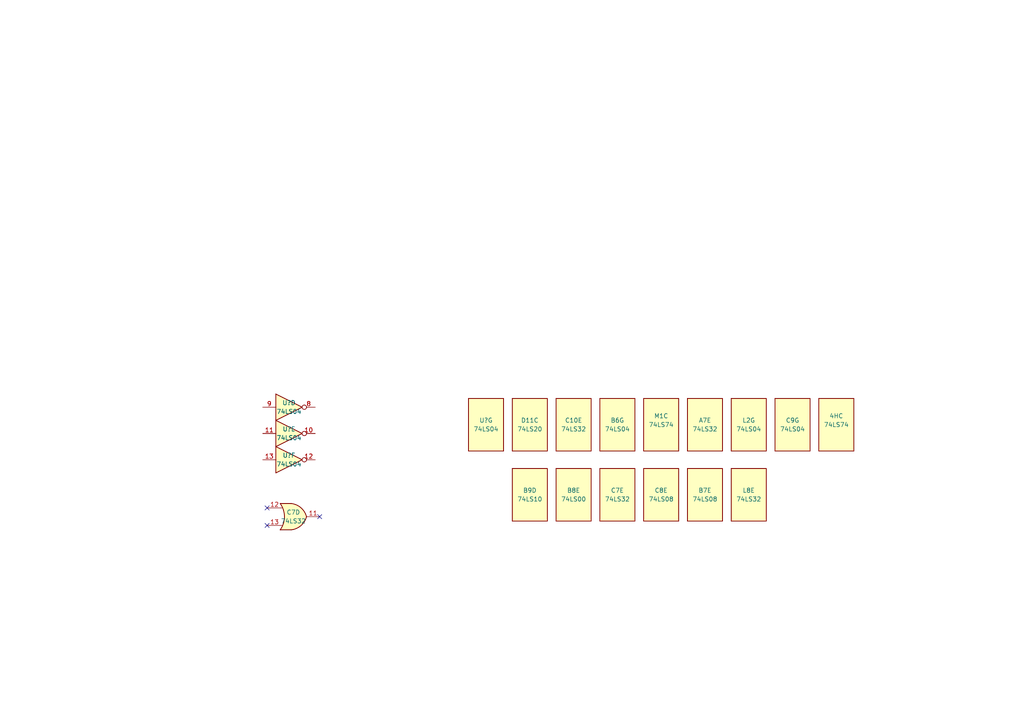
<source format=kicad_sch>
(kicad_sch (version 20211123) (generator eeschema)
  (paper "A4")
  (title_block (title "Exed Exes board B") (date "2021") (rev "José Tejada G") (company "JOTEGO") (comment 1 "https://patreon.com/topapate") (comment 2 "Extracted by Jose Tejada, 2021") (comment 3 "supplemented by E.Triana"))
  (lib_symbols
    (symbol "jt74:74LS00" (pin_names (offset 1.016))
      (property "Reference" "U" (at 0 1.27 0))
      (property "Value" "74LS00" (at 0 -1.27 0))
      (symbol "74LS00_1_1"
        (arc (start 0 -3.81) (mid 3.81 0) (end 0 3.81) (stroke (width 0.254)) (fill (type background)))
        (polyline (pts (xy 0 3.81) (xy -3.81 3.81) (xy -3.81 -3.81) (xy 0 -3.81)) (stroke (width 0.254)) (fill (type background)))
        (pin input line (at -7.62 2.54 0) (length 3.81) (name "~") (number "1"))
        (pin input line (at -7.62 -2.54 0) (length 3.81) (name "~") (number "2"))
        (pin output inverted (at 7.62 0 180) (length 3.81) (name "~") (number "3"))
      )
      (symbol "74LS00_1_2"
        (arc (start -3.81 -3.81) (mid -2.589 0) (end -3.81 3.81) (stroke (width 0.254)))
        (arc (start -0.6096 -3.81) (mid 2.1842 -2.5851) (end 3.81 0) (stroke (width 0.254)) (fill (type background)))
        (polyline (pts (xy -3.81 -3.81) (xy -0.635 -3.81)) (stroke (width 0.254)) (fill (type background)))
        (polyline (pts (xy -3.81 3.81) (xy -0.635 3.81)) (stroke (width 0.254)) (fill (type background)))
        (polyline (pts (xy -0.635 3.81) (xy -3.81 3.81) (xy -3.81 3.81) (xy -3.556 3.4036) (xy -3.0226 2.2606) (xy -2.6924 1.0414) (xy -2.6162 -0.254) (xy -2.7686 -1.4986) (xy -3.175 -2.7178) (xy -3.81 -3.81) (xy -3.81 -3.81) (xy -0.635 -3.81)) (stroke (width -25.4)) (fill (type background)))
        (arc (start 3.81 0) (mid 2.1915 2.5936) (end -0.6096 3.81) (stroke (width 0.254)) (fill (type background)))
        (pin input inverted (at -7.62 2.54 0) (length 4.318) (name "~") (number "1"))
        (pin input inverted (at -7.62 -2.54 0) (length 4.318) (name "~") (number "2"))
        (pin output line (at 7.62 0 180) (length 3.81) (name "~") (number "3"))
      )
      (symbol "74LS00_2_1"
        (arc (start 0 -3.81) (mid 3.81 0) (end 0 3.81) (stroke (width 0.254)) (fill (type background)))
        (polyline (pts (xy 0 3.81) (xy -3.81 3.81) (xy -3.81 -3.81) (xy 0 -3.81)) (stroke (width 0.254)) (fill (type background)))
        (pin input line (at -7.62 2.54 0) (length 3.81) (name "~") (number "4"))
        (pin input line (at -7.62 -2.54 0) (length 3.81) (name "~") (number "5"))
        (pin output inverted (at 7.62 0 180) (length 3.81) (name "~") (number "6"))
      )
      (symbol "74LS00_2_2"
        (arc (start -3.81 -3.81) (mid -2.589 0) (end -3.81 3.81) (stroke (width 0.254)))
        (arc (start -0.6096 -3.81) (mid 2.1842 -2.5851) (end 3.81 0) (stroke (width 0.254)) (fill (type background)))
        (polyline (pts (xy -3.81 -3.81) (xy -0.635 -3.81)) (stroke (width 0.254)) (fill (type background)))
        (polyline (pts (xy -3.81 3.81) (xy -0.635 3.81)) (stroke (width 0.254)) (fill (type background)))
        (polyline (pts (xy -0.635 3.81) (xy -3.81 3.81) (xy -3.81 3.81) (xy -3.556 3.4036) (xy -3.0226 2.2606) (xy -2.6924 1.0414) (xy -2.6162 -0.254) (xy -2.7686 -1.4986) (xy -3.175 -2.7178) (xy -3.81 -3.81) (xy -3.81 -3.81) (xy -0.635 -3.81)) (stroke (width -25.4)) (fill (type background)))
        (arc (start 3.81 0) (mid 2.1915 2.5936) (end -0.6096 3.81) (stroke (width 0.254)) (fill (type background)))
        (pin input inverted (at -7.62 2.54 0) (length 4.318) (name "~") (number "4"))
        (pin input inverted (at -7.62 -2.54 0) (length 4.318) (name "~") (number "5"))
        (pin output line (at 7.62 0 180) (length 3.81) (name "~") (number "6"))
      )
      (symbol "74LS00_3_1"
        (arc (start 0 -3.81) (mid 3.81 0) (end 0 3.81) (stroke (width 0.254)) (fill (type background)))
        (polyline (pts (xy 0 3.81) (xy -3.81 3.81) (xy -3.81 -3.81) (xy 0 -3.81)) (stroke (width 0.254)) (fill (type background)))
        (pin input line (at -7.62 -2.54 0) (length 3.81) (name "~") (number "10"))
        (pin output inverted (at 7.62 0 180) (length 3.81) (name "~") (number "8"))
        (pin input line (at -7.62 2.54 0) (length 3.81) (name "~") (number "9"))
      )
      (symbol "74LS00_3_2"
        (arc (start -3.81 -3.81) (mid -2.589 0) (end -3.81 3.81) (stroke (width 0.254)))
        (arc (start -0.6096 -3.81) (mid 2.1842 -2.5851) (end 3.81 0) (stroke (width 0.254)) (fill (type background)))
        (polyline (pts (xy -3.81 -3.81) (xy -0.635 -3.81)) (stroke (width 0.254)) (fill (type background)))
        (polyline (pts (xy -3.81 3.81) (xy -0.635 3.81)) (stroke (width 0.254)) (fill (type background)))
        (polyline (pts (xy -0.635 3.81) (xy -3.81 3.81) (xy -3.81 3.81) (xy -3.556 3.4036) (xy -3.0226 2.2606) (xy -2.6924 1.0414) (xy -2.6162 -0.254) (xy -2.7686 -1.4986) (xy -3.175 -2.7178) (xy -3.81 -3.81) (xy -3.81 -3.81) (xy -0.635 -3.81)) (stroke (width -25.4)) (fill (type background)))
        (arc (start 3.81 0) (mid 2.1915 2.5936) (end -0.6096 3.81) (stroke (width 0.254)) (fill (type background)))
        (pin input inverted (at -7.62 -2.54 0) (length 4.318) (name "~") (number "10"))
        (pin output line (at 7.62 0 180) (length 3.81) (name "~") (number "8"))
        (pin input inverted (at -7.62 2.54 0) (length 4.318) (name "~") (number "9"))
      )
      (symbol "74LS00_4_1"
        (arc (start 0 -3.81) (mid 3.81 0) (end 0 3.81) (stroke (width 0.254)) (fill (type background)))
        (polyline (pts (xy 0 3.81) (xy -3.81 3.81) (xy -3.81 -3.81) (xy 0 -3.81)) (stroke (width 0.254)) (fill (type background)))
        (pin output inverted (at 7.62 0 180) (length 3.81) (name "~") (number "11"))
        (pin input line (at -7.62 2.54 0) (length 3.81) (name "~") (number "12"))
        (pin input line (at -7.62 -2.54 0) (length 3.81) (name "~") (number "13"))
      )
      (symbol "74LS00_4_2"
        (arc (start -3.81 -3.81) (mid -2.589 0) (end -3.81 3.81) (stroke (width 0.254)))
        (arc (start -0.6096 -3.81) (mid 2.1842 -2.5851) (end 3.81 0) (stroke (width 0.254)) (fill (type background)))
        (polyline (pts (xy -3.81 -3.81) (xy -0.635 -3.81)) (stroke (width 0.254)) (fill (type background)))
        (polyline (pts (xy -3.81 3.81) (xy -0.635 3.81)) (stroke (width 0.254)) (fill (type background)))
        (polyline (pts (xy -0.635 3.81) (xy -3.81 3.81) (xy -3.81 3.81) (xy -3.556 3.4036) (xy -3.0226 2.2606) (xy -2.6924 1.0414) (xy -2.6162 -0.254) (xy -2.7686 -1.4986) (xy -3.175 -2.7178) (xy -3.81 -3.81) (xy -3.81 -3.81) (xy -0.635 -3.81)) (stroke (width -25.4)) (fill (type background)))
        (arc (start 3.81 0) (mid 2.1915 2.5936) (end -0.6096 3.81) (stroke (width 0.254)) (fill (type background)))
        (pin output line (at 7.62 0 180) (length 3.81) (name "~") (number "11"))
        (pin input inverted (at -7.62 2.54 0) (length 4.318) (name "~") (number "12"))
        (pin input inverted (at -7.62 -2.54 0) (length 4.318) (name "~") (number "13"))
      )
      (symbol "74LS00_5_0"
        (pin power_in line (at 0 7.62 270) (length 5.08) hide (name "VCC") (number "14"))
        (pin power_in line (at 0 -7.62 90) (length 5.08) hide (name "VSS") (number "7"))
      )
      (symbol "74LS00_5_1"
        (rectangle (start -5.08 7.62) (end 5.08 -7.62) (stroke (width 0.254)) (fill (type background)))
      )
    )
    (symbol "jt74:74LS04" (pin_names (offset 1.016))
      (property "Reference" "U" (at 0 1.27 0))
      (property "Value" "74LS04" (at 0 -1.27 0))
      (symbol "74LS04_1_0"
        (polyline (pts (xy -3.81 3.81) (xy -3.81 -3.81) (xy 3.81 0) (xy -3.81 3.81)) (stroke (width 0.254)) (fill (type background)))
        (pin input line (at -7.62 0 0) (length 3.81) (name "~") (number "1"))
        (pin output inverted (at 7.62 0 180) (length 3.81) (name "~") (number "2"))
      )
      (symbol "74LS04_2_0"
        (polyline (pts (xy -3.81 3.81) (xy -3.81 -3.81) (xy 3.81 0) (xy -3.81 3.81)) (stroke (width 0.254)) (fill (type background)))
        (pin input line (at -7.62 0 0) (length 3.81) (name "~") (number "3"))
        (pin output inverted (at 7.62 0 180) (length 3.81) (name "~") (number "4"))
      )
      (symbol "74LS04_3_0"
        (polyline (pts (xy -3.81 3.81) (xy -3.81 -3.81) (xy 3.81 0) (xy -3.81 3.81)) (stroke (width 0.254)) (fill (type background)))
        (pin input line (at -7.62 0 0) (length 3.81) (name "~") (number "5"))
        (pin output inverted (at 7.62 0 180) (length 3.81) (name "~") (number "6"))
      )
      (symbol "74LS04_4_0"
        (polyline (pts (xy -3.81 3.81) (xy -3.81 -3.81) (xy 3.81 0) (xy -3.81 3.81)) (stroke (width 0.254)) (fill (type background)))
        (pin output inverted (at 7.62 0 180) (length 3.81) (name "~") (number "8"))
        (pin input line (at -7.62 0 0) (length 3.81) (name "~") (number "9"))
      )
      (symbol "74LS04_5_0"
        (polyline (pts (xy -3.81 3.81) (xy -3.81 -3.81) (xy 3.81 0) (xy -3.81 3.81)) (stroke (width 0.254)) (fill (type background)))
        (pin output inverted (at 7.62 0 180) (length 3.81) (name "~") (number "10"))
        (pin input line (at -7.62 0 0) (length 3.81) (name "~") (number "11"))
      )
      (symbol "74LS04_6_0"
        (polyline (pts (xy -3.81 3.81) (xy -3.81 -3.81) (xy 3.81 0) (xy -3.81 3.81)) (stroke (width 0.254)) (fill (type background)))
        (pin output inverted (at 7.62 0 180) (length 3.81) (name "~") (number "12"))
        (pin input line (at -7.62 0 0) (length 3.81) (name "~") (number "13"))
      )
      (symbol "74LS04_7_0"
        (pin power_in line (at 0 7.62 270) (length 5.08) hide (name "VCC") (number "14"))
        (pin power_in line (at 0 -7.62 90) (length 5.08) hide (name "VSS") (number "7"))
      )
      (symbol "74LS04_7_1"
        (rectangle (start -5.08 7.62) (end 5.08 -7.62) (stroke (width 0.254)) (fill (type background)))
      )
    )
    (symbol "jt74:74LS08" (pin_names (offset 1.016))
      (property "Reference" "U" (at 0 1.27 0))
      (property "Value" "74LS08" (at 0 -1.27 0))
      (symbol "74LS08_1_1"
        (arc (start 0 -3.81) (mid 3.81 0) (end 0 3.81) (stroke (width 0.254)) (fill (type background)))
        (polyline (pts (xy 0 3.81) (xy -3.81 3.81) (xy -3.81 -3.81) (xy 0 -3.81)) (stroke (width 0.254)) (fill (type background)))
        (pin input line (at -7.62 2.54 0) (length 3.81) (name "~") (number "1"))
        (pin input line (at -7.62 -2.54 0) (length 3.81) (name "~") (number "2"))
        (pin output line (at 7.62 0 180) (length 3.81) (name "~") (number "3"))
      )
      (symbol "74LS08_1_2"
        (arc (start -3.81 -3.81) (mid -2.589 0) (end -3.81 3.81) (stroke (width 0.254)))
        (arc (start -0.6096 -3.81) (mid 2.1842 -2.5851) (end 3.81 0) (stroke (width 0.254)) (fill (type background)))
        (polyline (pts (xy -3.81 -3.81) (xy -0.635 -3.81)) (stroke (width 0.254)) (fill (type background)))
        (polyline (pts (xy -3.81 3.81) (xy -0.635 3.81)) (stroke (width 0.254)) (fill (type background)))
        (polyline (pts (xy -0.635 3.81) (xy -3.81 3.81) (xy -3.81 3.81) (xy -3.556 3.4036) (xy -3.0226 2.2606) (xy -2.6924 1.0414) (xy -2.6162 -0.254) (xy -2.7686 -1.4986) (xy -3.175 -2.7178) (xy -3.81 -3.81) (xy -3.81 -3.81) (xy -0.635 -3.81)) (stroke (width -25.4)) (fill (type background)))
        (arc (start 3.81 0) (mid 2.1915 2.5936) (end -0.6096 3.81) (stroke (width 0.254)) (fill (type background)))
        (pin input inverted (at -7.62 2.54 0) (length 4.318) (name "~") (number "1"))
        (pin input inverted (at -7.62 -2.54 0) (length 4.318) (name "~") (number "2"))
        (pin output inverted (at 7.62 0 180) (length 3.81) (name "~") (number "3"))
      )
      (symbol "74LS08_2_1"
        (arc (start 0 -3.81) (mid 3.81 0) (end 0 3.81) (stroke (width 0.254)) (fill (type background)))
        (polyline (pts (xy 0 3.81) (xy -3.81 3.81) (xy -3.81 -3.81) (xy 0 -3.81)) (stroke (width 0.254)) (fill (type background)))
        (pin input line (at -7.62 2.54 0) (length 3.81) (name "~") (number "4"))
        (pin input line (at -7.62 -2.54 0) (length 3.81) (name "~") (number "5"))
        (pin output line (at 7.62 0 180) (length 3.81) (name "~") (number "6"))
      )
      (symbol "74LS08_2_2"
        (arc (start -3.81 -3.81) (mid -2.589 0) (end -3.81 3.81) (stroke (width 0.254)))
        (arc (start -0.6096 -3.81) (mid 2.1842 -2.5851) (end 3.81 0) (stroke (width 0.254)) (fill (type background)))
        (polyline (pts (xy -3.81 -3.81) (xy -0.635 -3.81)) (stroke (width 0.254)) (fill (type background)))
        (polyline (pts (xy -3.81 3.81) (xy -0.635 3.81)) (stroke (width 0.254)) (fill (type background)))
        (polyline (pts (xy -0.635 3.81) (xy -3.81 3.81) (xy -3.81 3.81) (xy -3.556 3.4036) (xy -3.0226 2.2606) (xy -2.6924 1.0414) (xy -2.6162 -0.254) (xy -2.7686 -1.4986) (xy -3.175 -2.7178) (xy -3.81 -3.81) (xy -3.81 -3.81) (xy -0.635 -3.81)) (stroke (width -25.4)) (fill (type background)))
        (arc (start 3.81 0) (mid 2.1915 2.5936) (end -0.6096 3.81) (stroke (width 0.254)) (fill (type background)))
        (pin input inverted (at -7.62 2.54 0) (length 4.318) (name "~") (number "4"))
        (pin input inverted (at -7.62 -2.54 0) (length 4.318) (name "~") (number "5"))
        (pin output inverted (at 7.62 0 180) (length 3.81) (name "~") (number "6"))
      )
      (symbol "74LS08_3_1"
        (arc (start 0 -3.81) (mid 3.81 0) (end 0 3.81) (stroke (width 0.254)) (fill (type background)))
        (polyline (pts (xy 0 3.81) (xy -3.81 3.81) (xy -3.81 -3.81) (xy 0 -3.81)) (stroke (width 0.254)) (fill (type background)))
        (pin input line (at -7.62 -2.54 0) (length 3.81) (name "~") (number "10"))
        (pin output line (at 7.62 0 180) (length 3.81) (name "~") (number "8"))
        (pin input line (at -7.62 2.54 0) (length 3.81) (name "~") (number "9"))
      )
      (symbol "74LS08_3_2"
        (arc (start -3.81 -3.81) (mid -2.589 0) (end -3.81 3.81) (stroke (width 0.254)))
        (arc (start -0.6096 -3.81) (mid 2.1842 -2.5851) (end 3.81 0) (stroke (width 0.254)) (fill (type background)))
        (polyline (pts (xy -3.81 -3.81) (xy -0.635 -3.81)) (stroke (width 0.254)) (fill (type background)))
        (polyline (pts (xy -3.81 3.81) (xy -0.635 3.81)) (stroke (width 0.254)) (fill (type background)))
        (polyline (pts (xy -0.635 3.81) (xy -3.81 3.81) (xy -3.81 3.81) (xy -3.556 3.4036) (xy -3.0226 2.2606) (xy -2.6924 1.0414) (xy -2.6162 -0.254) (xy -2.7686 -1.4986) (xy -3.175 -2.7178) (xy -3.81 -3.81) (xy -3.81 -3.81) (xy -0.635 -3.81)) (stroke (width -25.4)) (fill (type background)))
        (arc (start 3.81 0) (mid 2.1915 2.5936) (end -0.6096 3.81) (stroke (width 0.254)) (fill (type background)))
        (pin input inverted (at -7.62 -2.54 0) (length 4.318) (name "~") (number "10"))
        (pin output inverted (at 7.62 0 180) (length 3.81) (name "~") (number "8"))
        (pin input inverted (at -7.62 2.54 0) (length 4.318) (name "~") (number "9"))
      )
      (symbol "74LS08_4_1"
        (arc (start 0 -3.81) (mid 3.81 0) (end 0 3.81) (stroke (width 0.254)) (fill (type background)))
        (polyline (pts (xy 0 3.81) (xy -3.81 3.81) (xy -3.81 -3.81) (xy 0 -3.81)) (stroke (width 0.254)) (fill (type background)))
        (pin output line (at 7.62 0 180) (length 3.81) (name "~") (number "11"))
        (pin input line (at -7.62 2.54 0) (length 3.81) (name "~") (number "12"))
        (pin input line (at -7.62 -2.54 0) (length 3.81) (name "~") (number "13"))
      )
      (symbol "74LS08_4_2"
        (arc (start -3.81 -3.81) (mid -2.589 0) (end -3.81 3.81) (stroke (width 0.254)))
        (arc (start -0.6096 -3.81) (mid 2.1842 -2.5851) (end 3.81 0) (stroke (width 0.254)) (fill (type background)))
        (polyline (pts (xy -3.81 -3.81) (xy -0.635 -3.81)) (stroke (width 0.254)) (fill (type background)))
        (polyline (pts (xy -3.81 3.81) (xy -0.635 3.81)) (stroke (width 0.254)) (fill (type background)))
        (polyline (pts (xy -0.635 3.81) (xy -3.81 3.81) (xy -3.81 3.81) (xy -3.556 3.4036) (xy -3.0226 2.2606) (xy -2.6924 1.0414) (xy -2.6162 -0.254) (xy -2.7686 -1.4986) (xy -3.175 -2.7178) (xy -3.81 -3.81) (xy -3.81 -3.81) (xy -0.635 -3.81)) (stroke (width -25.4)) (fill (type background)))
        (arc (start 3.81 0) (mid 2.1915 2.5936) (end -0.6096 3.81) (stroke (width 0.254)) (fill (type background)))
        (pin output inverted (at 7.62 0 180) (length 3.81) (name "~") (number "11"))
        (pin input inverted (at -7.62 2.54 0) (length 4.318) (name "~") (number "12"))
        (pin input inverted (at -7.62 -2.54 0) (length 4.318) (name "~") (number "13"))
      )
      (symbol "74LS08_5_0"
        (pin power_in line (at 0 7.62 270) (length 5.08) hide (name "VCC") (number "14"))
        (pin power_in line (at 0 -7.62 90) (length 5.08) hide (name "VSS") (number "7"))
      )
      (symbol "74LS08_5_1"
        (rectangle (start -5.08 7.62) (end 5.08 -7.62) (stroke (width 0.254)) (fill (type background)))
      )
    )
    (symbol "jt74:74LS10" (pin_names (offset 1.016))
      (property "Reference" "U" (at 0 1.27 0))
      (property "Value" "74LS10" (at 0 -1.27 0))
      (symbol "74LS10_1_1"
        (arc (start 0 -3.81) (mid 3.81 0) (end 0 3.81) (stroke (width 0.254)) (fill (type background)))
        (polyline (pts (xy 0 3.81) (xy -3.81 3.81) (xy -3.81 -3.81) (xy 0 -3.81)) (stroke (width 0.254)) (fill (type background)))
        (pin input line (at -7.62 2.54 0) (length 3.81) (name "~") (number "1"))
        (pin output inverted (at 7.62 0 180) (length 3.81) (name "~") (number "12"))
        (pin input line (at -7.62 -2.54 0) (length 3.81) (name "~") (number "13"))
        (pin input line (at -7.62 0 0) (length 3.81) (name "~") (number "2"))
      )
      (symbol "74LS10_1_2"
        (arc (start -3.81 -3.81) (mid -2.589 0) (end -3.81 3.81) (stroke (width 0.254)))
        (arc (start -0.6096 -3.81) (mid 2.1842 -2.5851) (end 3.81 0) (stroke (width 0.254)) (fill (type background)))
        (polyline (pts (xy -3.81 -3.81) (xy -0.635 -3.81)) (stroke (width 0.254)) (fill (type background)))
        (polyline (pts (xy -3.81 3.81) (xy -0.635 3.81)) (stroke (width 0.254)) (fill (type background)))
        (polyline (pts (xy -0.635 3.81) (xy -3.81 3.81) (xy -3.81 3.81) (xy -3.556 3.4036) (xy -3.0226 2.2606) (xy -2.6924 1.0414) (xy -2.6162 -0.254) (xy -2.7686 -1.4986) (xy -3.175 -2.7178) (xy -3.81 -3.81) (xy -3.81 -3.81) (xy -0.635 -3.81)) (stroke (width -25.4)) (fill (type background)))
        (arc (start 3.81 0) (mid 2.1915 2.5936) (end -0.6096 3.81) (stroke (width 0.254)) (fill (type background)))
        (pin input inverted (at -7.62 2.54 0) (length 4.318) (name "~") (number "1"))
        (pin output line (at 7.62 0 180) (length 3.81) (name "~") (number "12"))
        (pin input inverted (at -7.62 -2.54 0) (length 4.318) (name "~") (number "13"))
        (pin input inverted (at -7.62 0 0) (length 4.953) (name "~") (number "2"))
      )
      (symbol "74LS10_2_1"
        (arc (start 0 -3.81) (mid 3.81 0) (end 0 3.81) (stroke (width 0.254)) (fill (type background)))
        (polyline (pts (xy 0 3.81) (xy -3.81 3.81) (xy -3.81 -3.81) (xy 0 -3.81)) (stroke (width 0.254)) (fill (type background)))
        (pin input line (at -7.62 2.54 0) (length 3.81) (name "~") (number "3"))
        (pin input line (at -7.62 0 0) (length 3.81) (name "~") (number "4"))
        (pin input line (at -7.62 -2.54 0) (length 3.81) (name "~") (number "5"))
        (pin output inverted (at 7.62 0 180) (length 3.81) (name "~") (number "6"))
      )
      (symbol "74LS10_2_2"
        (arc (start -3.81 -3.81) (mid -2.589 0) (end -3.81 3.81) (stroke (width 0.254)))
        (arc (start -0.6096 -3.81) (mid 2.1842 -2.5851) (end 3.81 0) (stroke (width 0.254)) (fill (type background)))
        (polyline (pts (xy -3.81 -3.81) (xy -0.635 -3.81)) (stroke (width 0.254)) (fill (type background)))
        (polyline (pts (xy -3.81 3.81) (xy -0.635 3.81)) (stroke (width 0.254)) (fill (type background)))
        (polyline (pts (xy -0.635 3.81) (xy -3.81 3.81) (xy -3.81 3.81) (xy -3.556 3.4036) (xy -3.0226 2.2606) (xy -2.6924 1.0414) (xy -2.6162 -0.254) (xy -2.7686 -1.4986) (xy -3.175 -2.7178) (xy -3.81 -3.81) (xy -3.81 -3.81) (xy -0.635 -3.81)) (stroke (width -25.4)) (fill (type background)))
        (arc (start 3.81 0) (mid 2.1915 2.5936) (end -0.6096 3.81) (stroke (width 0.254)) (fill (type background)))
        (pin input inverted (at -7.62 2.54 0) (length 4.318) (name "~") (number "3"))
        (pin input inverted (at -7.62 0 0) (length 4.953) (name "~") (number "4"))
        (pin input inverted (at -7.62 -2.54 0) (length 4.318) (name "~") (number "5"))
        (pin output line (at 7.62 0 180) (length 3.81) (name "~") (number "6"))
      )
      (symbol "74LS10_3_1"
        (arc (start 0 -3.81) (mid 3.81 0) (end 0 3.81) (stroke (width 0.254)) (fill (type background)))
        (polyline (pts (xy 0 3.81) (xy -3.81 3.81) (xy -3.81 -3.81) (xy 0 -3.81)) (stroke (width 0.254)) (fill (type background)))
        (pin input line (at -7.62 0 0) (length 3.81) (name "~") (number "10"))
        (pin input line (at -7.62 -2.54 0) (length 3.81) (name "~") (number "11"))
        (pin output inverted (at 7.62 0 180) (length 3.81) (name "~") (number "8"))
        (pin input line (at -7.62 2.54 0) (length 3.81) (name "~") (number "9"))
      )
      (symbol "74LS10_3_2"
        (arc (start -3.81 -3.81) (mid -2.589 0) (end -3.81 3.81) (stroke (width 0.254)))
        (arc (start -0.6096 -3.81) (mid 2.1842 -2.5851) (end 3.81 0) (stroke (width 0.254)) (fill (type background)))
        (polyline (pts (xy -3.81 -3.81) (xy -0.635 -3.81)) (stroke (width 0.254)) (fill (type background)))
        (polyline (pts (xy -3.81 3.81) (xy -0.635 3.81)) (stroke (width 0.254)) (fill (type background)))
        (polyline (pts (xy -0.635 3.81) (xy -3.81 3.81) (xy -3.81 3.81) (xy -3.556 3.4036) (xy -3.0226 2.2606) (xy -2.6924 1.0414) (xy -2.6162 -0.254) (xy -2.7686 -1.4986) (xy -3.175 -2.7178) (xy -3.81 -3.81) (xy -3.81 -3.81) (xy -0.635 -3.81)) (stroke (width -25.4)) (fill (type background)))
        (arc (start 3.81 0) (mid 2.1915 2.5936) (end -0.6096 3.81) (stroke (width 0.254)) (fill (type background)))
        (pin input inverted (at -7.62 0 0) (length 4.953) (name "~") (number "10"))
        (pin input inverted (at -7.62 -2.54 0) (length 4.318) (name "~") (number "11"))
        (pin output line (at 7.62 0 180) (length 3.81) (name "~") (number "8"))
        (pin input inverted (at -7.62 2.54 0) (length 4.318) (name "~") (number "9"))
      )
      (symbol "74LS10_4_0"
        (pin power_in line (at 0 7.62 270) (length 5.08) hide (name "VCC") (number "14"))
        (pin power_in line (at 0 -7.62 90) (length 5.08) hide (name "VSS") (number "7"))
      )
      (symbol "74LS10_4_1"
        (rectangle (start -5.08 7.62) (end 5.08 -7.62) (stroke (width 0.254)) (fill (type background)))
      )
    )
    (symbol "jt74:74LS20" (pin_names (offset 1.016))
      (property "Reference" "U" (at 0 1.27 0))
      (property "Value" "74LS20" (at 0 -1.27 0))
      (symbol "74LS20_1_1"
        (arc (start -0.635 -4.445) (mid 3.81 0) (end -0.635 4.445) (stroke (width 0.254)) (fill (type background)))
        (polyline (pts (xy -0.635 4.445) (xy -3.81 4.445) (xy -3.81 -4.445) (xy -0.635 -4.445)) (stroke (width 0.254)) (fill (type background)))
        (pin input line (at -7.62 3.81 0) (length 3.81) (name "~") (number "1"))
        (pin input line (at -7.62 1.27 0) (length 3.81) (name "~") (number "2"))
        (pin input line (at -7.62 -1.27 0) (length 3.81) (name "~") (number "4"))
        (pin input line (at -7.62 -3.81 0) (length 3.81) (name "~") (number "5"))
        (pin output inverted (at 7.62 0 180) (length 3.81) (name "~") (number "6"))
      )
      (symbol "74LS20_1_2"
        (arc (start -3.81 -4.445) (mid -2.5908 0) (end -3.81 4.445) (stroke (width 0.254)))
        (arc (start -0.6096 -4.445) (mid 2.2246 -2.8422) (end 3.81 0) (stroke (width 0.254)) (fill (type background)))
        (polyline (pts (xy -3.81 -4.445) (xy -0.635 -4.445)) (stroke (width 0.254)) (fill (type background)))
        (polyline (pts (xy -3.81 4.445) (xy -0.635 4.445)) (stroke (width 0.254)) (fill (type background)))
        (polyline (pts (xy -0.635 4.445) (xy -3.81 4.445) (xy -3.81 4.445) (xy -3.6322 4.0894) (xy -3.0988 2.921) (xy -2.7686 1.6764) (xy -2.6162 0.4318) (xy -2.6416 -0.8636) (xy -2.8702 -2.1082) (xy -3.2512 -3.3274) (xy -3.81 -4.445) (xy -3.81 -4.445) (xy -0.635 -4.445)) (stroke (width -25.4)) (fill (type background)))
        (arc (start 3.81 0) (mid 2.2204 2.8379) (end -0.6096 4.445) (stroke (width 0.254)) (fill (type background)))
        (pin input inverted (at -7.62 3.81 0) (length 3.81) (name "~") (number "1"))
        (pin input inverted (at -7.62 1.27 0) (length 4.826) (name "~") (number "2"))
        (pin input inverted (at -7.62 -1.27 0) (length 4.826) (name "~") (number "4"))
        (pin input inverted (at -7.62 -3.81 0) (length 3.81) (name "~") (number "5"))
        (pin output line (at 7.62 0 180) (length 3.81) (name "~") (number "6"))
      )
      (symbol "74LS20_2_1"
        (arc (start -0.635 -4.445) (mid 3.81 0) (end -0.635 4.445) (stroke (width 0.254)) (fill (type background)))
        (polyline (pts (xy -0.635 4.445) (xy -3.81 4.445) (xy -3.81 -4.445) (xy -0.635 -4.445)) (stroke (width 0.254)) (fill (type background)))
        (pin input line (at -7.62 1.27 0) (length 3.81) (name "~") (number "10"))
        (pin input line (at -7.62 -1.27 0) (length 3.81) (name "~") (number "12"))
        (pin input line (at -7.62 -3.81 0) (length 3.81) (name "~") (number "13"))
        (pin output inverted (at 7.62 0 180) (length 3.81) (name "~") (number "8"))
        (pin input line (at -7.62 3.81 0) (length 3.81) (name "~") (number "9"))
      )
      (symbol "74LS20_2_2"
        (arc (start -3.81 -4.445) (mid -2.5908 0) (end -3.81 4.445) (stroke (width 0.254)))
        (arc (start -0.6096 -4.445) (mid 2.2246 -2.8422) (end 3.81 0) (stroke (width 0.254)) (fill (type background)))
        (polyline (pts (xy -3.81 -4.445) (xy -0.635 -4.445)) (stroke (width 0.254)) (fill (type background)))
        (polyline (pts (xy -3.81 4.445) (xy -0.635 4.445)) (stroke (width 0.254)) (fill (type background)))
        (polyline (pts (xy -0.635 4.445) (xy -3.81 4.445) (xy -3.81 4.445) (xy -3.6322 4.0894) (xy -3.0988 2.921) (xy -2.7686 1.6764) (xy -2.6162 0.4318) (xy -2.6416 -0.8636) (xy -2.8702 -2.1082) (xy -3.2512 -3.3274) (xy -3.81 -4.445) (xy -3.81 -4.445) (xy -0.635 -4.445)) (stroke (width -25.4)) (fill (type background)))
        (arc (start 3.81 0) (mid 2.2204 2.8379) (end -0.6096 4.445) (stroke (width 0.254)) (fill (type background)))
        (pin input inverted (at -7.62 1.27 0) (length 4.826) (name "~") (number "10"))
        (pin input inverted (at -7.62 -1.27 0) (length 4.826) (name "~") (number "12"))
        (pin input inverted (at -7.62 -3.81 0) (length 3.81) (name "~") (number "13"))
        (pin output line (at 7.62 0 180) (length 3.81) (name "~") (number "8"))
        (pin input inverted (at -7.62 3.81 0) (length 3.81) (name "~") (number "9"))
      )
      (symbol "74LS20_3_0"
        (pin power_in line (at 0 7.62 270) (length 5.08) hide (name "VCC") (number "14"))
        (pin power_in line (at 0 -7.62 90) (length 5.08) hide (name "VSS") (number "7"))
      )
      (symbol "74LS20_3_1"
        (rectangle (start -5.08 7.62) (end 5.08 -7.62) (stroke (width 0.254)) (fill (type background)))
      )
    )
    (symbol "jt74:74LS32" (pin_names (offset 1.016))
      (property "Reference" "U" (at 0 1.27 0))
      (property "Value" "74LS32" (at 0 -1.27 0))
      (symbol "74LS32_1_1"
        (arc (start -3.81 -3.81) (mid -2.589 0) (end -3.81 3.81) (stroke (width 0.254)))
        (arc (start -0.6096 -3.81) (mid 2.1842 -2.5851) (end 3.81 0) (stroke (width 0.254)) (fill (type background)))
        (polyline (pts (xy -3.81 -3.81) (xy -0.635 -3.81)) (stroke (width 0.254)) (fill (type background)))
        (polyline (pts (xy -3.81 3.81) (xy -0.635 3.81)) (stroke (width 0.254)) (fill (type background)))
        (polyline (pts (xy -0.635 3.81) (xy -3.81 3.81) (xy -3.81 3.81) (xy -3.556 3.4036) (xy -3.0226 2.2606) (xy -2.6924 1.0414) (xy -2.6162 -0.254) (xy -2.7686 -1.4986) (xy -3.175 -2.7178) (xy -3.81 -3.81) (xy -3.81 -3.81) (xy -0.635 -3.81)) (stroke (width -25.4)) (fill (type background)))
        (arc (start 3.81 0) (mid 2.1915 2.5936) (end -0.6096 3.81) (stroke (width 0.254)) (fill (type background)))
        (pin input line (at -7.62 2.54 0) (length 4.318) (name "~") (number "1"))
        (pin input line (at -7.62 -2.54 0) (length 4.318) (name "~") (number "2"))
        (pin output line (at 7.62 0 180) (length 3.81) (name "~") (number "3"))
      )
      (symbol "74LS32_1_2"
        (arc (start 0 -3.81) (mid 3.81 0) (end 0 3.81) (stroke (width 0.254)) (fill (type background)))
        (polyline (pts (xy 0 3.81) (xy -3.81 3.81) (xy -3.81 -3.81) (xy 0 -3.81)) (stroke (width 0.254)) (fill (type background)))
        (pin input inverted (at -7.62 2.54 0) (length 3.81) (name "~") (number "1"))
        (pin input inverted (at -7.62 -2.54 0) (length 3.81) (name "~") (number "2"))
        (pin output inverted (at 7.62 0 180) (length 3.81) (name "~") (number "3"))
      )
      (symbol "74LS32_2_1"
        (arc (start -3.81 -3.81) (mid -2.589 0) (end -3.81 3.81) (stroke (width 0.254)))
        (arc (start -0.6096 -3.81) (mid 2.1842 -2.5851) (end 3.81 0) (stroke (width 0.254)) (fill (type background)))
        (polyline (pts (xy -3.81 -3.81) (xy -0.635 -3.81)) (stroke (width 0.254)) (fill (type background)))
        (polyline (pts (xy -3.81 3.81) (xy -0.635 3.81)) (stroke (width 0.254)) (fill (type background)))
        (polyline (pts (xy -0.635 3.81) (xy -3.81 3.81) (xy -3.81 3.81) (xy -3.556 3.4036) (xy -3.0226 2.2606) (xy -2.6924 1.0414) (xy -2.6162 -0.254) (xy -2.7686 -1.4986) (xy -3.175 -2.7178) (xy -3.81 -3.81) (xy -3.81 -3.81) (xy -0.635 -3.81)) (stroke (width -25.4)) (fill (type background)))
        (arc (start 3.81 0) (mid 2.1915 2.5936) (end -0.6096 3.81) (stroke (width 0.254)) (fill (type background)))
        (pin input line (at -7.62 2.54 0) (length 4.318) (name "~") (number "4"))
        (pin input line (at -7.62 -2.54 0) (length 4.318) (name "~") (number "5"))
        (pin output line (at 7.62 0 180) (length 3.81) (name "~") (number "6"))
      )
      (symbol "74LS32_2_2"
        (arc (start 0 -3.81) (mid 3.81 0) (end 0 3.81) (stroke (width 0.254)) (fill (type background)))
        (polyline (pts (xy 0 3.81) (xy -3.81 3.81) (xy -3.81 -3.81) (xy 0 -3.81)) (stroke (width 0.254)) (fill (type background)))
        (pin input inverted (at -7.62 2.54 0) (length 3.81) (name "~") (number "4"))
        (pin input inverted (at -7.62 -2.54 0) (length 3.81) (name "~") (number "5"))
        (pin output inverted (at 7.62 0 180) (length 3.81) (name "~") (number "6"))
      )
      (symbol "74LS32_3_1"
        (arc (start -3.81 -3.81) (mid -2.589 0) (end -3.81 3.81) (stroke (width 0.254)))
        (arc (start -0.6096 -3.81) (mid 2.1842 -2.5851) (end 3.81 0) (stroke (width 0.254)) (fill (type background)))
        (polyline (pts (xy -3.81 -3.81) (xy -0.635 -3.81)) (stroke (width 0.254)) (fill (type background)))
        (polyline (pts (xy -3.81 3.81) (xy -0.635 3.81)) (stroke (width 0.254)) (fill (type background)))
        (polyline (pts (xy -0.635 3.81) (xy -3.81 3.81) (xy -3.81 3.81) (xy -3.556 3.4036) (xy -3.0226 2.2606) (xy -2.6924 1.0414) (xy -2.6162 -0.254) (xy -2.7686 -1.4986) (xy -3.175 -2.7178) (xy -3.81 -3.81) (xy -3.81 -3.81) (xy -0.635 -3.81)) (stroke (width -25.4)) (fill (type background)))
        (arc (start 3.81 0) (mid 2.1915 2.5936) (end -0.6096 3.81) (stroke (width 0.254)) (fill (type background)))
        (pin input line (at -7.62 -2.54 0) (length 4.318) (name "~") (number "10"))
        (pin output line (at 7.62 0 180) (length 3.81) (name "~") (number "8"))
        (pin input line (at -7.62 2.54 0) (length 4.318) (name "~") (number "9"))
      )
      (symbol "74LS32_3_2"
        (arc (start 0 -3.81) (mid 3.81 0) (end 0 3.81) (stroke (width 0.254)) (fill (type background)))
        (polyline (pts (xy 0 3.81) (xy -3.81 3.81) (xy -3.81 -3.81) (xy 0 -3.81)) (stroke (width 0.254)) (fill (type background)))
        (pin input inverted (at -7.62 -2.54 0) (length 3.81) (name "~") (number "10"))
        (pin output inverted (at 7.62 0 180) (length 3.81) (name "~") (number "8"))
        (pin input inverted (at -7.62 2.54 0) (length 3.81) (name "~") (number "9"))
      )
      (symbol "74LS32_4_1"
        (arc (start -3.81 -3.81) (mid -2.589 0) (end -3.81 3.81) (stroke (width 0.254)))
        (arc (start -0.6096 -3.81) (mid 2.1842 -2.5851) (end 3.81 0) (stroke (width 0.254)) (fill (type background)))
        (polyline (pts (xy -3.81 -3.81) (xy -0.635 -3.81)) (stroke (width 0.254)) (fill (type background)))
        (polyline (pts (xy -3.81 3.81) (xy -0.635 3.81)) (stroke (width 0.254)) (fill (type background)))
        (polyline (pts (xy -0.635 3.81) (xy -3.81 3.81) (xy -3.81 3.81) (xy -3.556 3.4036) (xy -3.0226 2.2606) (xy -2.6924 1.0414) (xy -2.6162 -0.254) (xy -2.7686 -1.4986) (xy -3.175 -2.7178) (xy -3.81 -3.81) (xy -3.81 -3.81) (xy -0.635 -3.81)) (stroke (width -25.4)) (fill (type background)))
        (arc (start 3.81 0) (mid 2.1915 2.5936) (end -0.6096 3.81) (stroke (width 0.254)) (fill (type background)))
        (pin output line (at 7.62 0 180) (length 3.81) (name "~") (number "11"))
        (pin input line (at -7.62 2.54 0) (length 4.318) (name "~") (number "12"))
        (pin input line (at -7.62 -2.54 0) (length 4.318) (name "~") (number "13"))
      )
      (symbol "74LS32_4_2"
        (arc (start 0 -3.81) (mid 3.81 0) (end 0 3.81) (stroke (width 0.254)) (fill (type background)))
        (polyline (pts (xy 0 3.81) (xy -3.81 3.81) (xy -3.81 -3.81) (xy 0 -3.81)) (stroke (width 0.254)) (fill (type background)))
        (pin output inverted (at 7.62 0 180) (length 3.81) (name "~") (number "11"))
        (pin input inverted (at -7.62 2.54 0) (length 3.81) (name "~") (number "12"))
        (pin input inverted (at -7.62 -2.54 0) (length 3.81) (name "~") (number "13"))
      )
      (symbol "74LS32_5_0"
        (pin power_in line (at 0 7.62 270) (length 5.08) hide (name "VCC") (number "14"))
        (pin power_in line (at 0 -7.62 90) (length 5.08) hide (name "VSS") (number "7"))
      )
      (symbol "74LS32_5_1"
        (rectangle (start -5.08 7.62) (end 5.08 -7.62) (stroke (width 0.254)) (fill (type background)))
      )
    )
    (symbol "jt74:74LS74" (pin_names (offset 1.016))
      (property "Reference" "U" (at 3.81 5.08 0))
      (property "Value" "74LS74" (at 0 0 0))
      (symbol "74LS74_1_0"
        (pin input inverted (at 0 -7.62 90) (length 2.54) (name "~{R}") (number "1"))
        (pin input line (at -7.62 2.54 0) (length 2.54) (name "D") (number "2"))
        (pin input clock (at -7.62 0 0) (length 2.54) (name "C") (number "3"))
        (pin input inverted (at 0 7.62 270) (length 2.54) (name "~{S}") (number "4"))
        (pin output line (at 7.62 2.54 180) (length 2.54) (name "Q") (number "5"))
        (pin output line (at 7.62 -2.54 180) (length 2.54) (name "~{Q}") (number "6"))
      )
      (symbol "74LS74_1_1"
        (rectangle (start -5.08 5.08) (end 5.08 -5.08) (stroke (width 0.254)) (fill (type background)))
      )
      (symbol "74LS74_2_0"
        (pin input clock (at -7.62 0 0) (length 2.54) (name "C") (number "11"))
        (pin input line (at -7.62 2.54 0) (length 2.54) (name "D") (number "12"))
        (pin input line (at 0 -7.62 90) (length 2.54) (name "~{R}") (number "13"))
        (pin output line (at 7.62 -2.54 180) (length 2.54) (name "~{Q}") (number "8"))
        (pin output line (at 7.62 2.54 180) (length 2.54) (name "Q") (number "9"))
      )
      (symbol "74LS74_2_1"
        (rectangle (start -5.08 5.08) (end 5.08 -5.08) (stroke (width 0.254)) (fill (type background)))
        (pin input line (at 0 7.62 270) (length 2.54) (name "~{S}") (number "10"))
      )
      (symbol "74LS74_3_0"
        (pin power_in line (at 0 7.62 270) (length 2.54) hide (name "VCC") (number "14"))
        (pin power_in line (at 0 -7.62 90) (length 2.54) hide (name "VSS") (number "7"))
      )
      (symbol "74LS74_3_1"
        (rectangle (start -5.08 7.62) (end 5.08 -7.62) (stroke (width 0.254)) (fill (type background)))
      )
    )
  )
  (no_connect (at 77.47 147.32))
  (no_connect (at 92.71 149.86))
  (no_connect (at 77.47 152.4))
  (symbol (lib_id "jt74:74LS10") (at 153.67 143.51 0) (unit 4)
    (property "Reference" "B9" (at 153.67 142.24 0))
    (property "Value" "74LS10" (at 153.67 144.78 0))
    (property "Datasheet" "http://www.ti.com/lit/gpn/sn74LS10" (effects hide))
  )
  (symbol (lib_id "jt74:74LS74") (at 242.57 123.19 0) (unit 3)
    (property "Reference" "4H" (at 242.57 120.65 0))
    (property "Value" "74LS74" (at 242.57 123.19 0))
    (property "Datasheet" "74xx/74hc_hct74.pdf" (effects hide))
  )
  (symbol (lib_id "jt74:74LS32") (at 204.47 123.19 0) (unit 5)
    (property "Reference" "A7" (at 204.47 121.92 0))
    (property "Value" "74LS32" (at 204.47 124.46 0))
    (property "Datasheet" "http://www.ti.com/lit/gpn/sn74LS32" (effects hide))
  )
  (symbol (lib_id "jt74:74LS32") (at 179.07 143.51 0) (unit 5)
    (property "Reference" "C7" (at 179.07 142.24 0))
    (property "Value" "74LS32" (at 179.07 144.78 0))
    (property "Datasheet" "http://www.ti.com/lit/gpn/sn74LS32" (effects hide))
  )
  (symbol (lib_id "jt74:74LS74") (at 191.77 123.19 0) (unit 3)
    (property "Reference" "M1" (at 191.77 120.65 0))
    (property "Value" "74LS74" (at 191.77 123.19 0))
    (property "Datasheet" "74xx/74hc_hct74.pdf" (effects hide))
  )
  (symbol (lib_id "jt74:74LS04") (at 83.82 118.11 0) (unit 4)
    (property "Reference" "U?" (at 83.82 116.84 0))
    (property "Value" "74LS04" (at 83.82 119.38 0))
    (property "Datasheet" "http://www.ti.com/lit/gpn/sn74LS04" (effects hide))
  )
  (symbol (lib_id "jt74:74LS32") (at 166.37 123.19 0) (unit 5)
    (property "Reference" "C10" (at 166.37 121.92 0))
    (property "Value" "74LS32" (at 166.37 124.46 0))
    (property "Datasheet" "http://www.ti.com/lit/gpn/sn74LS32" (effects hide))
  )
  (symbol (lib_id "jt74:74LS08") (at 204.47 143.51 0) (unit 5)
    (property "Reference" "B7" (at 204.47 142.24 0))
    (property "Value" "74LS08" (at 204.47 144.78 0))
    (property "Datasheet" "http://www.ti.com/lit/gpn/sn74LS08" (effects hide))
  )
  (symbol (lib_id "jt74:74LS04") (at 83.82 125.73 0) (unit 5)
    (property "Reference" "U?" (at 83.82 124.46 0))
    (property "Value" "74LS04" (at 83.82 127 0))
    (property "Datasheet" "http://www.ti.com/lit/gpn/sn74LS04" (effects hide))
  )
  (symbol (lib_id "jt74:74LS00") (at 166.37 143.51 0) (unit 5)
    (property "Reference" "B8" (at 166.37 142.24 0))
    (property "Value" "74LS00" (at 166.37 144.78 0))
    (property "Datasheet" "http://www.ti.com/lit/gpn/sn74ls00" (effects hide))
  )
  (symbol (lib_id "jt74:74LS04") (at 217.17 123.19 0) (unit 7)
    (property "Reference" "L2" (at 217.17 121.92 0))
    (property "Value" "74LS04" (at 217.17 124.46 0))
    (property "Datasheet" "http://www.ti.com/lit/gpn/sn74LS04" (effects hide))
  )
  (symbol (lib_id "jt74:74LS32") (at 85.09 149.86 0) (unit 4)
    (property "Reference" "C7" (at 85.09 148.59 0))
    (property "Value" "74LS32" (at 85.09 151.13 0))
    (property "Datasheet" "http://www.ti.com/lit/gpn/sn74LS32" (effects hide))
  )
  (symbol (lib_id "jt74:74LS04") (at 140.97 123.19 0) (unit 7)
    (property "Reference" "U?" (at 140.97 121.92 0))
    (property "Value" "74LS04" (at 140.97 124.46 0))
    (property "Datasheet" "http://www.ti.com/lit/gpn/sn74LS04" (effects hide))
  )
  (symbol (lib_id "jt74:74LS04") (at 229.87 123.19 0) (unit 7)
    (property "Reference" "C9" (at 229.87 121.92 0))
    (property "Value" "74LS04" (at 229.87 124.46 0))
    (property "Datasheet" "http://www.ti.com/lit/gpn/sn74LS04" (effects hide))
  )
  (symbol (lib_id "jt74:74LS32") (at 217.17 143.51 0) (unit 5)
    (property "Reference" "L8" (at 217.17 142.24 0))
    (property "Value" "74LS32" (at 217.17 144.78 0))
    (property "Datasheet" "http://www.ti.com/lit/gpn/sn74LS32" (effects hide))
  )
  (symbol (lib_id "jt74:74LS20") (at 153.67 123.19 0) (unit 3)
    (property "Reference" "D11" (at 153.67 121.92 0))
    (property "Value" "74LS20" (at 153.67 124.46 0))
    (property "Datasheet" "http://www.ti.com/lit/gpn/sn74LS20" (effects hide))
  )
  (symbol (lib_id "jt74:74LS08") (at 191.77 143.51 0) (unit 5)
    (property "Reference" "C8" (at 191.77 142.24 0))
    (property "Value" "74LS08" (at 191.77 144.78 0))
    (property "Datasheet" "http://www.ti.com/lit/gpn/sn74LS08" (effects hide))
  )
  (symbol (lib_id "jt74:74LS04") (at 83.82 133.35 0) (unit 6)
    (property "Reference" "U?" (at 83.82 132.08 0))
    (property "Value" "74LS04" (at 83.82 134.62 0))
    (property "Datasheet" "http://www.ti.com/lit/gpn/sn74LS04" (effects hide))
  )
  (symbol (lib_id "jt74:74LS04") (at 179.07 123.19 0) (unit 7)
    (property "Reference" "B6" (at 179.07 121.92 0))
    (property "Value" "74LS04" (at 179.07 124.46 0))
    (property "Datasheet" "http://www.ti.com/lit/gpn/sn74LS04" (effects hide))
  )
)
</source>
